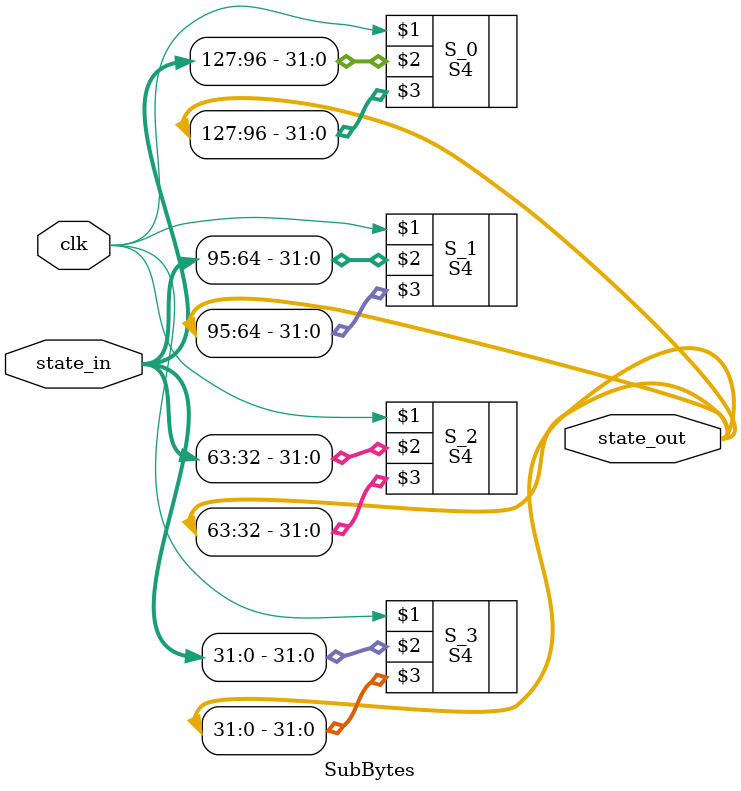
<source format=v>
`timescale 1ns / 1ps
module SubBytes(clk,state_in, state_out);
    input clk;
    input [127:0] state_in;
    output [127:0] state_out;
    
    S4
        S_0(clk,state_in[127:96],state_out[127:96]),
        S_1(clk,state_in[95:64],state_out[95:64]),
        S_2(clk,state_in[63:32],state_out[63:32]),
        S_3(clk,state_in[31:0],state_out[31:0]);
endmodule
</source>
